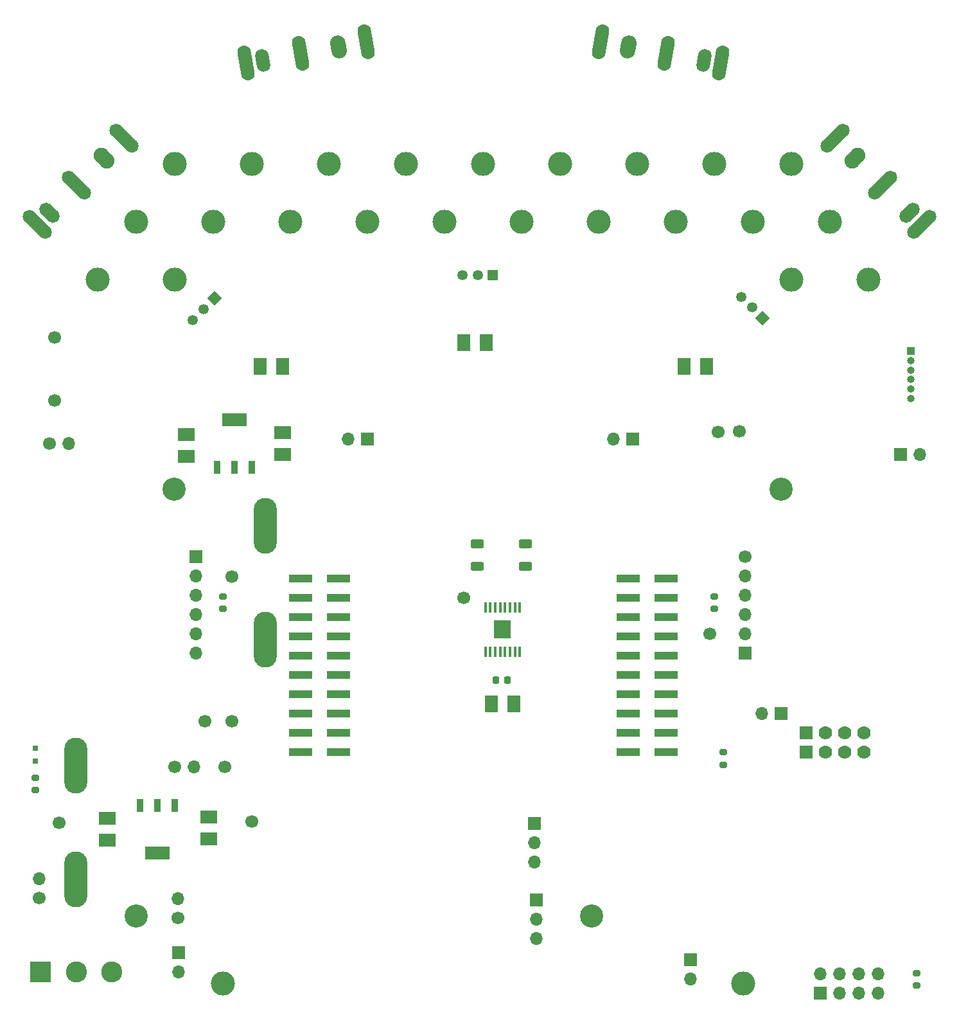
<source format=gts>
G04 #@! TF.GenerationSoftware,KiCad,Pcbnew,8.0.4*
G04 #@! TF.CreationDate,2024-08-16T09:30:41-05:00*
G04 #@! TF.ProjectId,MotorBoardv3_2,4d6f746f-7242-46f6-9172-6476335f322e,V2.0.2b*
G04 #@! TF.SameCoordinates,Original*
G04 #@! TF.FileFunction,Soldermask,Top*
G04 #@! TF.FilePolarity,Negative*
%FSLAX46Y46*%
G04 Gerber Fmt 4.6, Leading zero omitted, Abs format (unit mm)*
G04 Created by KiCad (PCBNEW 8.0.4) date 2024-08-16 09:30:41*
%MOMM*%
%LPD*%
G01*
G04 APERTURE LIST*
G04 Aperture macros list*
%AMRoundRect*
0 Rectangle with rounded corners*
0 $1 Rounding radius*
0 $2 $3 $4 $5 $6 $7 $8 $9 X,Y pos of 4 corners*
0 Add a 4 corners polygon primitive as box body*
4,1,4,$2,$3,$4,$5,$6,$7,$8,$9,$2,$3,0*
0 Add four circle primitives for the rounded corners*
1,1,$1+$1,$2,$3*
1,1,$1+$1,$4,$5*
1,1,$1+$1,$6,$7*
1,1,$1+$1,$8,$9*
0 Add four rect primitives between the rounded corners*
20,1,$1+$1,$2,$3,$4,$5,0*
20,1,$1+$1,$4,$5,$6,$7,0*
20,1,$1+$1,$6,$7,$8,$9,0*
20,1,$1+$1,$8,$9,$2,$3,0*%
%AMHorizOval*
0 Thick line with rounded ends*
0 $1 width*
0 $2 $3 position (X,Y) of the first rounded end (center of the circle)*
0 $4 $5 position (X,Y) of the second rounded end (center of the circle)*
0 Add line between two ends*
20,1,$1,$2,$3,$4,$5,0*
0 Add two circle primitives to create the rounded ends*
1,1,$1,$2,$3*
1,1,$1,$4,$5*%
%AMRotRect*
0 Rectangle, with rotation*
0 The origin of the aperture is its center*
0 $1 length*
0 $2 width*
0 $3 Rotation angle, in degrees counterclockwise*
0 Add horizontal line*
21,1,$1,$2,0,0,$3*%
G04 Aperture macros list end*
%ADD10C,3.175000*%
%ADD11R,1.700000X1.700000*%
%ADD12O,1.700000X1.700000*%
%ADD13R,0.800000X0.800000*%
%ADD14C,1.700000*%
%ADD15HorizOval,2.032000X0.088213X-0.500282X-0.088213X0.500282X0*%
%ADD16HorizOval,1.778000X0.110267X-0.625353X-0.110267X0.625353X0*%
%ADD17HorizOval,1.778000X0.253613X-1.438312X-0.253613X1.438312X0*%
%ADD18R,2.300000X1.800000*%
%ADD19RotRect,1.350000X1.350000X135.000000*%
%ADD20C,1.350000*%
%ADD21R,1.800000X2.300000*%
%ADD22R,2.775000X2.775000*%
%ADD23C,2.775000*%
%ADD24RoundRect,0.200000X-0.275000X0.200000X-0.275000X-0.200000X0.275000X-0.200000X0.275000X0.200000X0*%
%ADD25RoundRect,0.225000X-0.225000X-0.250000X0.225000X-0.250000X0.225000X0.250000X-0.225000X0.250000X0*%
%ADD26RotRect,1.350000X1.350000X225.000000*%
%ADD27HorizOval,2.032000X0.359210X-0.359210X-0.359210X0.359210X0*%
%ADD28HorizOval,1.778000X0.449013X-0.449013X-0.449013X0.449013X0*%
%ADD29HorizOval,1.778000X1.032729X-1.032729X-1.032729X1.032729X0*%
%ADD30R,3.150000X1.000000*%
%ADD31R,0.450000X1.475000*%
%ADD32R,2.310000X2.460000*%
%ADD33R,1.000000X1.000000*%
%ADD34O,1.000000X1.000000*%
%ADD35C,3.048000*%
%ADD36O,3.048000X7.366000*%
%ADD37RoundRect,0.200000X0.275000X-0.200000X0.275000X0.200000X-0.275000X0.200000X-0.275000X-0.200000X0*%
%ADD38R,1.350000X1.350000*%
%ADD39RoundRect,0.250000X0.625000X-0.312500X0.625000X0.312500X-0.625000X0.312500X-0.625000X-0.312500X0*%
%ADD40R,1.778000X1.778000*%
%ADD41C,1.778000*%
%ADD42R,0.950000X1.750000*%
%ADD43R,3.200000X1.750000*%
%ADD44HorizOval,2.032000X-0.359210X-0.359210X0.359210X0.359210X0*%
%ADD45HorizOval,1.778000X-0.449013X-0.449013X0.449013X0.449013X0*%
%ADD46HorizOval,1.778000X-1.032729X-1.032729X1.032729X1.032729X0*%
%ADD47HorizOval,2.032000X-0.088213X-0.500282X0.088213X0.500282X0*%
%ADD48HorizOval,1.778000X-0.110267X-0.625353X0.110267X0.625353X0*%
%ADD49HorizOval,1.778000X-0.253613X-1.438312X0.253613X1.438312X0*%
G04 APERTURE END LIST*
D10*
X149860000Y-43180000D03*
X139700000Y-43180000D03*
X68580000Y-43180000D03*
X78740000Y-43180000D03*
D11*
X128905000Y-79375000D03*
D12*
X126365000Y-79375000D03*
D11*
X93980000Y-79375000D03*
D12*
X91440000Y-79375000D03*
D13*
X50165000Y-120142000D03*
X50165000Y-121792000D03*
D10*
X160020000Y-58420000D03*
D14*
X72517000Y-116586000D03*
D11*
X69088000Y-147066000D03*
D12*
X69088000Y-149606000D03*
D15*
X90131412Y-27752934D03*
D16*
X80125765Y-29517199D03*
D17*
X85128588Y-28635066D03*
X93794899Y-27106962D03*
X77939492Y-29902698D03*
D10*
X114300000Y-50800000D03*
D14*
X78740000Y-129794000D03*
D10*
X68580000Y-58420000D03*
D18*
X73025000Y-129180000D03*
X73025000Y-132080000D03*
D10*
X73660000Y-50800000D03*
D19*
X146050000Y-63500000D03*
D20*
X144635786Y-62085786D03*
X143221573Y-60671573D03*
D21*
X135710000Y-69850000D03*
X138610000Y-69850000D03*
D14*
X68961000Y-142499000D03*
D12*
X68961000Y-139959000D03*
D14*
X106680000Y-100330000D03*
D21*
X79830000Y-69850000D03*
X82730000Y-69850000D03*
D10*
X88900000Y-43180000D03*
D14*
X143002000Y-78359000D03*
D22*
X50863500Y-149606000D03*
D23*
X55563500Y-149606000D03*
X60263500Y-149606000D03*
D24*
X139700000Y-100140000D03*
X139700000Y-101790000D03*
D11*
X116205000Y-140081000D03*
D12*
X116205000Y-142621000D03*
X116205000Y-145161000D03*
D14*
X52705000Y-66040000D03*
X140208000Y-78486000D03*
D10*
X144780000Y-50800000D03*
D18*
X70104000Y-81714000D03*
X70104000Y-78814000D03*
D25*
X110845000Y-111125000D03*
X112395000Y-111125000D03*
D10*
X134620000Y-50800000D03*
X83820000Y-50800000D03*
X104140000Y-50800000D03*
X119380000Y-43180000D03*
D26*
X73768949Y-60914872D03*
D20*
X72354735Y-62329086D03*
X70940522Y-63743299D03*
D14*
X52705000Y-74295000D03*
D27*
X59200051Y-42399949D03*
D28*
X52015846Y-49584154D03*
D29*
X55607949Y-45992051D03*
X61830488Y-39769512D03*
X50446069Y-51153931D03*
D10*
X124460000Y-50800000D03*
D30*
X90170000Y-120650000D03*
X85120000Y-120650000D03*
X90170000Y-118110000D03*
X85120000Y-118110000D03*
X90170000Y-115570000D03*
X85120000Y-115570000D03*
X90170000Y-113030000D03*
X85120000Y-113030000D03*
X90170000Y-110490000D03*
X85120000Y-110490000D03*
X90170000Y-107950000D03*
X85120000Y-107950000D03*
X90170000Y-105410000D03*
X85120000Y-105410000D03*
X90170000Y-102870000D03*
X85120000Y-102870000D03*
X90170000Y-100330000D03*
X85120000Y-100330000D03*
X90170000Y-97790000D03*
X85120000Y-97790000D03*
D31*
X114035000Y-101557000D03*
X113385000Y-101557000D03*
X112735000Y-101557000D03*
X112085000Y-101557000D03*
X111435000Y-101557000D03*
X110785000Y-101557000D03*
X110135000Y-101557000D03*
X109485000Y-101557000D03*
X109485000Y-107433000D03*
X110135000Y-107433000D03*
X110785000Y-107433000D03*
X111435000Y-107433000D03*
X112085000Y-107433000D03*
X112735000Y-107433000D03*
X113385000Y-107433000D03*
X114035000Y-107433000D03*
D32*
X111760000Y-104495000D03*
D18*
X59690000Y-129360000D03*
X59690000Y-132260000D03*
D10*
X63500000Y-50800000D03*
D30*
X133350000Y-120650000D03*
X128300000Y-120650000D03*
X133350000Y-118110000D03*
X128300000Y-118110000D03*
X133350000Y-115570000D03*
X128300000Y-115570000D03*
X133350000Y-113030000D03*
X128300000Y-113030000D03*
X133350000Y-110490000D03*
X128300000Y-110490000D03*
X133350000Y-107950000D03*
X128300000Y-107950000D03*
X133350000Y-105410000D03*
X128300000Y-105410000D03*
X133350000Y-102870000D03*
X128300000Y-102870000D03*
X133350000Y-100330000D03*
X128300000Y-100330000D03*
X133350000Y-97790000D03*
X128300000Y-97790000D03*
D14*
X139065000Y-105048000D03*
D24*
X50165000Y-124016000D03*
X50165000Y-125666000D03*
D21*
X110310000Y-114300000D03*
X113210000Y-114300000D03*
D33*
X165608000Y-67818000D03*
D34*
X165608000Y-69068000D03*
X165608000Y-70318000D03*
X165608000Y-71568000D03*
X165608000Y-72818000D03*
X165608000Y-74068000D03*
D11*
X148463000Y-115570000D03*
D12*
X145923000Y-115570000D03*
D11*
X115951000Y-130048000D03*
D12*
X115951000Y-132588000D03*
X115951000Y-135128000D03*
D14*
X68580000Y-122555000D03*
D12*
X71120000Y-122555000D03*
D10*
X99060000Y-43180000D03*
X58420000Y-58420000D03*
D11*
X136525000Y-147955000D03*
D12*
X136525000Y-150495000D03*
D35*
X63500000Y-142250000D03*
X123500000Y-142250000D03*
X148500000Y-86050000D03*
X68500000Y-86050000D03*
D36*
X55500000Y-137450000D03*
X55500000Y-122450000D03*
X80500000Y-105850000D03*
X80500000Y-90850000D03*
D11*
X71297800Y-94950000D03*
D12*
X71297800Y-97490000D03*
X71297800Y-100030000D03*
X71297800Y-102570000D03*
X71297800Y-105110000D03*
X71297800Y-107650000D03*
D11*
X143687800Y-107650000D03*
D12*
X143687800Y-105110000D03*
X143687800Y-102570000D03*
X143687800Y-100030000D03*
X143687800Y-97490000D03*
D14*
X143687800Y-94950000D03*
D10*
X149860000Y-58420000D03*
D24*
X166370000Y-149733000D03*
X166370000Y-151383000D03*
D37*
X140843000Y-122300000D03*
X140843000Y-120650000D03*
D10*
X129540000Y-43180000D03*
D38*
X110490000Y-57785000D03*
D20*
X108490000Y-57785000D03*
X106490000Y-57785000D03*
D10*
X74930000Y-151130000D03*
D39*
X114808000Y-96143000D03*
X114808000Y-93218000D03*
D40*
X151765000Y-120650000D03*
D41*
X154305000Y-120650000D03*
X156845000Y-120650000D03*
X159385000Y-120650000D03*
D40*
X151765000Y-118110000D03*
D41*
X154305000Y-118110000D03*
X156845000Y-118110000D03*
X159385000Y-118110000D03*
D11*
X153670000Y-152400000D03*
D12*
X156210000Y-152400000D03*
X158750000Y-152400000D03*
X161290000Y-152400000D03*
X161290000Y-149860000D03*
X158750000Y-149860000D03*
X156210000Y-149860000D03*
X153670000Y-149860000D03*
D14*
X76073000Y-116586000D03*
D11*
X164211000Y-81407000D03*
D12*
X166751000Y-81407000D03*
D42*
X74140000Y-83135000D03*
X76440000Y-83135000D03*
X78740000Y-83135000D03*
D43*
X76440000Y-76835000D03*
D24*
X74930000Y-100140000D03*
X74930000Y-101790000D03*
D39*
X108458000Y-96143000D03*
X108458000Y-93218000D03*
D21*
X106680000Y-66675000D03*
X109580000Y-66675000D03*
D10*
X143510000Y-151130000D03*
D18*
X82804000Y-81460000D03*
X82804000Y-78560000D03*
D10*
X93980000Y-50800000D03*
D14*
X76073000Y-97536000D03*
X53340000Y-129940000D03*
D10*
X109220000Y-43180000D03*
D42*
X68580000Y-127660000D03*
X66280000Y-127660000D03*
X63980000Y-127660000D03*
D43*
X66280000Y-133960000D03*
D14*
X50673000Y-139827000D03*
D12*
X50673000Y-137287000D03*
D10*
X154940000Y-50800000D03*
D14*
X75184000Y-122555000D03*
X52070000Y-80010000D03*
D12*
X54610000Y-80010000D03*
D44*
X158223949Y-42399949D03*
D45*
X165408154Y-49584154D03*
D46*
X161816051Y-45992051D03*
X155593512Y-39769512D03*
X166977931Y-51153931D03*
D47*
X128333988Y-27752934D03*
D48*
X138339635Y-29517199D03*
D49*
X133336812Y-28635066D03*
X124670501Y-27106962D03*
X140525908Y-29902698D03*
M02*

</source>
